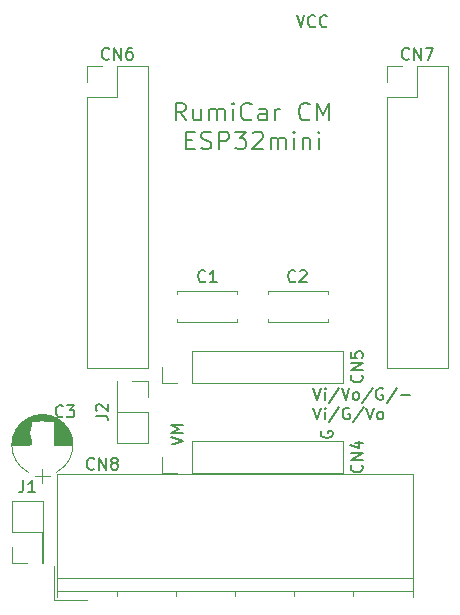
<source format=gto>
G04 #@! TF.FileFunction,Legend,Top*
%FSLAX46Y46*%
G04 Gerber Fmt 4.6, Leading zero omitted, Abs format (unit mm)*
G04 Created by KiCad (PCBNEW 4.0.7) date 06/11/20 10:54:36*
%MOMM*%
%LPD*%
G01*
G04 APERTURE LIST*
%ADD10C,0.100000*%
%ADD11C,0.200000*%
%ADD12C,0.150000*%
%ADD13C,0.120000*%
%ADD14C,2.000000*%
%ADD15R,2.100000X2.100000*%
%ADD16O,2.100000X2.100000*%
%ADD17R,3.400000X4.400000*%
%ADD18R,2.200000X2.200000*%
%ADD19O,2.200000X2.200000*%
%ADD20O,3.900000X3.900000*%
%ADD21R,2.000000X2.000000*%
%ADD22C,3.900000*%
G04 APERTURE END LIST*
D10*
D11*
X90877143Y-52793571D02*
X90377143Y-52079286D01*
X90020000Y-52793571D02*
X90020000Y-51293571D01*
X90591428Y-51293571D01*
X90734286Y-51365000D01*
X90805714Y-51436429D01*
X90877143Y-51579286D01*
X90877143Y-51793571D01*
X90805714Y-51936429D01*
X90734286Y-52007857D01*
X90591428Y-52079286D01*
X90020000Y-52079286D01*
X92162857Y-51793571D02*
X92162857Y-52793571D01*
X91520000Y-51793571D02*
X91520000Y-52579286D01*
X91591428Y-52722143D01*
X91734286Y-52793571D01*
X91948571Y-52793571D01*
X92091428Y-52722143D01*
X92162857Y-52650714D01*
X92877143Y-52793571D02*
X92877143Y-51793571D01*
X92877143Y-51936429D02*
X92948571Y-51865000D01*
X93091429Y-51793571D01*
X93305714Y-51793571D01*
X93448571Y-51865000D01*
X93520000Y-52007857D01*
X93520000Y-52793571D01*
X93520000Y-52007857D02*
X93591429Y-51865000D01*
X93734286Y-51793571D01*
X93948571Y-51793571D01*
X94091429Y-51865000D01*
X94162857Y-52007857D01*
X94162857Y-52793571D01*
X94877143Y-52793571D02*
X94877143Y-51793571D01*
X94877143Y-51293571D02*
X94805714Y-51365000D01*
X94877143Y-51436429D01*
X94948571Y-51365000D01*
X94877143Y-51293571D01*
X94877143Y-51436429D01*
X96448572Y-52650714D02*
X96377143Y-52722143D01*
X96162857Y-52793571D01*
X96020000Y-52793571D01*
X95805715Y-52722143D01*
X95662857Y-52579286D01*
X95591429Y-52436429D01*
X95520000Y-52150714D01*
X95520000Y-51936429D01*
X95591429Y-51650714D01*
X95662857Y-51507857D01*
X95805715Y-51365000D01*
X96020000Y-51293571D01*
X96162857Y-51293571D01*
X96377143Y-51365000D01*
X96448572Y-51436429D01*
X97734286Y-52793571D02*
X97734286Y-52007857D01*
X97662857Y-51865000D01*
X97520000Y-51793571D01*
X97234286Y-51793571D01*
X97091429Y-51865000D01*
X97734286Y-52722143D02*
X97591429Y-52793571D01*
X97234286Y-52793571D01*
X97091429Y-52722143D01*
X97020000Y-52579286D01*
X97020000Y-52436429D01*
X97091429Y-52293571D01*
X97234286Y-52222143D01*
X97591429Y-52222143D01*
X97734286Y-52150714D01*
X98448572Y-52793571D02*
X98448572Y-51793571D01*
X98448572Y-52079286D02*
X98520000Y-51936429D01*
X98591429Y-51865000D01*
X98734286Y-51793571D01*
X98877143Y-51793571D01*
X101377143Y-52650714D02*
X101305714Y-52722143D01*
X101091428Y-52793571D01*
X100948571Y-52793571D01*
X100734286Y-52722143D01*
X100591428Y-52579286D01*
X100520000Y-52436429D01*
X100448571Y-52150714D01*
X100448571Y-51936429D01*
X100520000Y-51650714D01*
X100591428Y-51507857D01*
X100734286Y-51365000D01*
X100948571Y-51293571D01*
X101091428Y-51293571D01*
X101305714Y-51365000D01*
X101377143Y-51436429D01*
X102020000Y-52793571D02*
X102020000Y-51293571D01*
X102520000Y-52365000D01*
X103020000Y-51293571D01*
X103020000Y-52793571D01*
X90912858Y-54457857D02*
X91412858Y-54457857D01*
X91627144Y-55243571D02*
X90912858Y-55243571D01*
X90912858Y-53743571D01*
X91627144Y-53743571D01*
X92198572Y-55172143D02*
X92412858Y-55243571D01*
X92770001Y-55243571D01*
X92912858Y-55172143D01*
X92984287Y-55100714D01*
X93055715Y-54957857D01*
X93055715Y-54815000D01*
X92984287Y-54672143D01*
X92912858Y-54600714D01*
X92770001Y-54529286D01*
X92484287Y-54457857D01*
X92341429Y-54386429D01*
X92270001Y-54315000D01*
X92198572Y-54172143D01*
X92198572Y-54029286D01*
X92270001Y-53886429D01*
X92341429Y-53815000D01*
X92484287Y-53743571D01*
X92841429Y-53743571D01*
X93055715Y-53815000D01*
X93698572Y-55243571D02*
X93698572Y-53743571D01*
X94270000Y-53743571D01*
X94412858Y-53815000D01*
X94484286Y-53886429D01*
X94555715Y-54029286D01*
X94555715Y-54243571D01*
X94484286Y-54386429D01*
X94412858Y-54457857D01*
X94270000Y-54529286D01*
X93698572Y-54529286D01*
X95055715Y-53743571D02*
X95984286Y-53743571D01*
X95484286Y-54315000D01*
X95698572Y-54315000D01*
X95841429Y-54386429D01*
X95912858Y-54457857D01*
X95984286Y-54600714D01*
X95984286Y-54957857D01*
X95912858Y-55100714D01*
X95841429Y-55172143D01*
X95698572Y-55243571D01*
X95270000Y-55243571D01*
X95127143Y-55172143D01*
X95055715Y-55100714D01*
X96555714Y-53886429D02*
X96627143Y-53815000D01*
X96770000Y-53743571D01*
X97127143Y-53743571D01*
X97270000Y-53815000D01*
X97341429Y-53886429D01*
X97412857Y-54029286D01*
X97412857Y-54172143D01*
X97341429Y-54386429D01*
X96484286Y-55243571D01*
X97412857Y-55243571D01*
X98055714Y-55243571D02*
X98055714Y-54243571D01*
X98055714Y-54386429D02*
X98127142Y-54315000D01*
X98270000Y-54243571D01*
X98484285Y-54243571D01*
X98627142Y-54315000D01*
X98698571Y-54457857D01*
X98698571Y-55243571D01*
X98698571Y-54457857D02*
X98770000Y-54315000D01*
X98912857Y-54243571D01*
X99127142Y-54243571D01*
X99270000Y-54315000D01*
X99341428Y-54457857D01*
X99341428Y-55243571D01*
X100055714Y-55243571D02*
X100055714Y-54243571D01*
X100055714Y-53743571D02*
X99984285Y-53815000D01*
X100055714Y-53886429D01*
X100127142Y-53815000D01*
X100055714Y-53743571D01*
X100055714Y-53886429D01*
X100770000Y-54243571D02*
X100770000Y-55243571D01*
X100770000Y-54386429D02*
X100841428Y-54315000D01*
X100984286Y-54243571D01*
X101198571Y-54243571D01*
X101341428Y-54315000D01*
X101412857Y-54457857D01*
X101412857Y-55243571D01*
X102127143Y-55243571D02*
X102127143Y-54243571D01*
X102127143Y-53743571D02*
X102055714Y-53815000D01*
X102127143Y-53886429D01*
X102198571Y-53815000D01*
X102127143Y-53743571D01*
X102127143Y-53886429D01*
D12*
X101695238Y-75462381D02*
X102028571Y-76462381D01*
X102361905Y-75462381D01*
X102695238Y-76462381D02*
X102695238Y-75795714D01*
X102695238Y-75462381D02*
X102647619Y-75510000D01*
X102695238Y-75557619D01*
X102742857Y-75510000D01*
X102695238Y-75462381D01*
X102695238Y-75557619D01*
X103885714Y-75414762D02*
X103028571Y-76700476D01*
X104076190Y-75462381D02*
X104409523Y-76462381D01*
X104742857Y-75462381D01*
X105219047Y-76462381D02*
X105123809Y-76414762D01*
X105076190Y-76367143D01*
X105028571Y-76271905D01*
X105028571Y-75986190D01*
X105076190Y-75890952D01*
X105123809Y-75843333D01*
X105219047Y-75795714D01*
X105361905Y-75795714D01*
X105457143Y-75843333D01*
X105504762Y-75890952D01*
X105552381Y-75986190D01*
X105552381Y-76271905D01*
X105504762Y-76367143D01*
X105457143Y-76414762D01*
X105361905Y-76462381D01*
X105219047Y-76462381D01*
X106695238Y-75414762D02*
X105838095Y-76700476D01*
X107552381Y-75510000D02*
X107457143Y-75462381D01*
X107314286Y-75462381D01*
X107171428Y-75510000D01*
X107076190Y-75605238D01*
X107028571Y-75700476D01*
X106980952Y-75890952D01*
X106980952Y-76033810D01*
X107028571Y-76224286D01*
X107076190Y-76319524D01*
X107171428Y-76414762D01*
X107314286Y-76462381D01*
X107409524Y-76462381D01*
X107552381Y-76414762D01*
X107600000Y-76367143D01*
X107600000Y-76033810D01*
X107409524Y-76033810D01*
X108742857Y-75414762D02*
X107885714Y-76700476D01*
X109076190Y-76081429D02*
X109838095Y-76081429D01*
X101695238Y-77112381D02*
X102028571Y-78112381D01*
X102361905Y-77112381D01*
X102695238Y-78112381D02*
X102695238Y-77445714D01*
X102695238Y-77112381D02*
X102647619Y-77160000D01*
X102695238Y-77207619D01*
X102742857Y-77160000D01*
X102695238Y-77112381D01*
X102695238Y-77207619D01*
X103885714Y-77064762D02*
X103028571Y-78350476D01*
X104742857Y-77160000D02*
X104647619Y-77112381D01*
X104504762Y-77112381D01*
X104361904Y-77160000D01*
X104266666Y-77255238D01*
X104219047Y-77350476D01*
X104171428Y-77540952D01*
X104171428Y-77683810D01*
X104219047Y-77874286D01*
X104266666Y-77969524D01*
X104361904Y-78064762D01*
X104504762Y-78112381D01*
X104600000Y-78112381D01*
X104742857Y-78064762D01*
X104790476Y-78017143D01*
X104790476Y-77683810D01*
X104600000Y-77683810D01*
X105933333Y-77064762D02*
X105076190Y-78350476D01*
X106123809Y-77112381D02*
X106457142Y-78112381D01*
X106790476Y-77112381D01*
X107266666Y-78112381D02*
X107171428Y-78064762D01*
X107123809Y-78017143D01*
X107076190Y-77921905D01*
X107076190Y-77636190D01*
X107123809Y-77540952D01*
X107171428Y-77493333D01*
X107266666Y-77445714D01*
X107409524Y-77445714D01*
X107504762Y-77493333D01*
X107552381Y-77540952D01*
X107600000Y-77636190D01*
X107600000Y-77921905D01*
X107552381Y-78017143D01*
X107504762Y-78064762D01*
X107409524Y-78112381D01*
X107266666Y-78112381D01*
X100266667Y-43902381D02*
X100600000Y-44902381D01*
X100933334Y-43902381D01*
X101838096Y-44807143D02*
X101790477Y-44854762D01*
X101647620Y-44902381D01*
X101552382Y-44902381D01*
X101409524Y-44854762D01*
X101314286Y-44759524D01*
X101266667Y-44664286D01*
X101219048Y-44473810D01*
X101219048Y-44330952D01*
X101266667Y-44140476D01*
X101314286Y-44045238D01*
X101409524Y-43950000D01*
X101552382Y-43902381D01*
X101647620Y-43902381D01*
X101790477Y-43950000D01*
X101838096Y-43997619D01*
X102838096Y-44807143D02*
X102790477Y-44854762D01*
X102647620Y-44902381D01*
X102552382Y-44902381D01*
X102409524Y-44854762D01*
X102314286Y-44759524D01*
X102266667Y-44664286D01*
X102219048Y-44473810D01*
X102219048Y-44330952D01*
X102266667Y-44140476D01*
X102314286Y-44045238D01*
X102409524Y-43950000D01*
X102552382Y-43902381D01*
X102647620Y-43902381D01*
X102790477Y-43950000D01*
X102838096Y-43997619D01*
X102370000Y-79113095D02*
X102322381Y-79208333D01*
X102322381Y-79351190D01*
X102370000Y-79494048D01*
X102465238Y-79589286D01*
X102560476Y-79636905D01*
X102750952Y-79684524D01*
X102893810Y-79684524D01*
X103084286Y-79636905D01*
X103179524Y-79589286D01*
X103274762Y-79494048D01*
X103322381Y-79351190D01*
X103322381Y-79255952D01*
X103274762Y-79113095D01*
X103227143Y-79065476D01*
X102893810Y-79065476D01*
X102893810Y-79255952D01*
X89622381Y-80279762D02*
X90622381Y-79946429D01*
X89622381Y-79613095D01*
X90622381Y-79279762D02*
X89622381Y-79279762D01*
X90336667Y-78946428D01*
X89622381Y-78613095D01*
X90622381Y-78613095D01*
D13*
X90110000Y-67270000D02*
X95230000Y-67270000D01*
X90110000Y-69890000D02*
X95230000Y-69890000D01*
X90110000Y-67270000D02*
X90110000Y-67584000D01*
X90110000Y-69576000D02*
X90110000Y-69890000D01*
X95230000Y-67270000D02*
X95230000Y-67584000D01*
X95230000Y-69576000D02*
X95230000Y-69890000D01*
X102930000Y-69890000D02*
X97810000Y-69890000D01*
X102930000Y-67270000D02*
X97810000Y-67270000D01*
X102930000Y-69890000D02*
X102930000Y-69576000D01*
X102930000Y-67584000D02*
X102930000Y-67270000D01*
X97810000Y-69890000D02*
X97810000Y-69576000D01*
X97810000Y-67584000D02*
X97810000Y-67270000D01*
X104200000Y-82610000D02*
X104200000Y-79950000D01*
X91440000Y-82610000D02*
X104200000Y-82610000D01*
X91440000Y-79950000D02*
X104200000Y-79950000D01*
X91440000Y-82610000D02*
X91440000Y-79950000D01*
X90170000Y-82610000D02*
X88840000Y-82610000D01*
X88840000Y-82610000D02*
X88840000Y-81280000D01*
X104200000Y-74990000D02*
X104200000Y-72330000D01*
X91440000Y-74990000D02*
X104200000Y-74990000D01*
X91440000Y-72330000D02*
X104200000Y-72330000D01*
X91440000Y-74990000D02*
X91440000Y-72330000D01*
X90170000Y-74990000D02*
X88840000Y-74990000D01*
X88840000Y-74990000D02*
X88840000Y-73660000D01*
X82490000Y-73720000D02*
X87690000Y-73720000D01*
X82490000Y-50800000D02*
X82490000Y-73720000D01*
X87690000Y-48200000D02*
X87690000Y-73720000D01*
X82490000Y-50800000D02*
X85090000Y-50800000D01*
X85090000Y-50800000D02*
X85090000Y-48200000D01*
X85090000Y-48200000D02*
X87690000Y-48200000D01*
X82490000Y-49530000D02*
X82490000Y-48200000D01*
X82490000Y-48200000D02*
X83820000Y-48200000D01*
X107890000Y-73720000D02*
X113090000Y-73720000D01*
X107890000Y-50800000D02*
X107890000Y-73720000D01*
X113090000Y-48200000D02*
X113090000Y-73720000D01*
X107890000Y-50800000D02*
X110490000Y-50800000D01*
X110490000Y-50800000D02*
X110490000Y-48200000D01*
X110490000Y-48200000D02*
X113090000Y-48200000D01*
X107890000Y-49530000D02*
X107890000Y-48200000D01*
X107890000Y-48200000D02*
X109220000Y-48200000D01*
X79950000Y-91530000D02*
X110150000Y-91530000D01*
X79950000Y-92630000D02*
X110150000Y-92630000D01*
X79950000Y-93130000D02*
X79950000Y-82730000D01*
X79950000Y-82730000D02*
X110150000Y-82730000D01*
X110150000Y-82730000D02*
X110150000Y-93130000D01*
X85050000Y-92630000D02*
X85050000Y-93030000D01*
X90050000Y-92630000D02*
X90050000Y-93030000D01*
X95050000Y-92630000D02*
X95050000Y-93030000D01*
X100050000Y-92630000D02*
X100050000Y-93030000D01*
X105050000Y-92630000D02*
X105050000Y-93030000D01*
X79710000Y-90530000D02*
X79710000Y-93370000D01*
X79710000Y-93370000D02*
X82550000Y-93370000D01*
X78800000Y-90230000D02*
X78800000Y-85030000D01*
X78740000Y-90230000D02*
X78800000Y-90230000D01*
X76140000Y-85030000D02*
X78800000Y-85030000D01*
X78740000Y-90230000D02*
X78740000Y-87630000D01*
X78740000Y-87630000D02*
X76140000Y-87630000D01*
X76140000Y-87630000D02*
X76140000Y-85030000D01*
X77470000Y-90230000D02*
X76140000Y-90230000D01*
X76140000Y-90230000D02*
X76140000Y-88900000D01*
X77560277Y-77974278D02*
G75*
G03X77560000Y-82585580I1179723J-2305722D01*
G01*
X79919723Y-77974278D02*
G75*
G02X79920000Y-82585580I-1179723J-2305722D01*
G01*
X79919723Y-77974278D02*
G75*
G03X77560000Y-77974420I-1179723J-2305722D01*
G01*
X76190000Y-80280000D02*
X81290000Y-80280000D01*
X76190000Y-80240000D02*
X77760000Y-80240000D01*
X79720000Y-80240000D02*
X81290000Y-80240000D01*
X76191000Y-80200000D02*
X77760000Y-80200000D01*
X79720000Y-80200000D02*
X81289000Y-80200000D01*
X76192000Y-80160000D02*
X77760000Y-80160000D01*
X79720000Y-80160000D02*
X81288000Y-80160000D01*
X76194000Y-80120000D02*
X77760000Y-80120000D01*
X79720000Y-80120000D02*
X81286000Y-80120000D01*
X76197000Y-80080000D02*
X77760000Y-80080000D01*
X79720000Y-80080000D02*
X81283000Y-80080000D01*
X76201000Y-80040000D02*
X77760000Y-80040000D01*
X79720000Y-80040000D02*
X81279000Y-80040000D01*
X76205000Y-80000000D02*
X77760000Y-80000000D01*
X79720000Y-80000000D02*
X81275000Y-80000000D01*
X76209000Y-79960000D02*
X77760000Y-79960000D01*
X79720000Y-79960000D02*
X81271000Y-79960000D01*
X76215000Y-79920000D02*
X77760000Y-79920000D01*
X79720000Y-79920000D02*
X81265000Y-79920000D01*
X76221000Y-79880000D02*
X77760000Y-79880000D01*
X79720000Y-79880000D02*
X81259000Y-79880000D01*
X76227000Y-79840000D02*
X77760000Y-79840000D01*
X79720000Y-79840000D02*
X81253000Y-79840000D01*
X76234000Y-79800000D02*
X77760000Y-79800000D01*
X79720000Y-79800000D02*
X81246000Y-79800000D01*
X76242000Y-79760000D02*
X77760000Y-79760000D01*
X79720000Y-79760000D02*
X81238000Y-79760000D01*
X76251000Y-79720000D02*
X77760000Y-79720000D01*
X79720000Y-79720000D02*
X81229000Y-79720000D01*
X76260000Y-79680000D02*
X77760000Y-79680000D01*
X79720000Y-79680000D02*
X81220000Y-79680000D01*
X76270000Y-79640000D02*
X77760000Y-79640000D01*
X79720000Y-79640000D02*
X81210000Y-79640000D01*
X76280000Y-79600000D02*
X77760000Y-79600000D01*
X79720000Y-79600000D02*
X81200000Y-79600000D01*
X76292000Y-79559000D02*
X77760000Y-79559000D01*
X79720000Y-79559000D02*
X81188000Y-79559000D01*
X76304000Y-79519000D02*
X77760000Y-79519000D01*
X79720000Y-79519000D02*
X81176000Y-79519000D01*
X76316000Y-79479000D02*
X77760000Y-79479000D01*
X79720000Y-79479000D02*
X81164000Y-79479000D01*
X76330000Y-79439000D02*
X77760000Y-79439000D01*
X79720000Y-79439000D02*
X81150000Y-79439000D01*
X76344000Y-79399000D02*
X77760000Y-79399000D01*
X79720000Y-79399000D02*
X81136000Y-79399000D01*
X76358000Y-79359000D02*
X77760000Y-79359000D01*
X79720000Y-79359000D02*
X81122000Y-79359000D01*
X76374000Y-79319000D02*
X77760000Y-79319000D01*
X79720000Y-79319000D02*
X81106000Y-79319000D01*
X76390000Y-79279000D02*
X77760000Y-79279000D01*
X79720000Y-79279000D02*
X81090000Y-79279000D01*
X76407000Y-79239000D02*
X77760000Y-79239000D01*
X79720000Y-79239000D02*
X81073000Y-79239000D01*
X76425000Y-79199000D02*
X77760000Y-79199000D01*
X79720000Y-79199000D02*
X81055000Y-79199000D01*
X76444000Y-79159000D02*
X77760000Y-79159000D01*
X79720000Y-79159000D02*
X81036000Y-79159000D01*
X76464000Y-79119000D02*
X77760000Y-79119000D01*
X79720000Y-79119000D02*
X81016000Y-79119000D01*
X76484000Y-79079000D02*
X77760000Y-79079000D01*
X79720000Y-79079000D02*
X80996000Y-79079000D01*
X76506000Y-79039000D02*
X77760000Y-79039000D01*
X79720000Y-79039000D02*
X80974000Y-79039000D01*
X76528000Y-78999000D02*
X77760000Y-78999000D01*
X79720000Y-78999000D02*
X80952000Y-78999000D01*
X76551000Y-78959000D02*
X77760000Y-78959000D01*
X79720000Y-78959000D02*
X80929000Y-78959000D01*
X76575000Y-78919000D02*
X77760000Y-78919000D01*
X79720000Y-78919000D02*
X80905000Y-78919000D01*
X76600000Y-78879000D02*
X77760000Y-78879000D01*
X79720000Y-78879000D02*
X80880000Y-78879000D01*
X76627000Y-78839000D02*
X77760000Y-78839000D01*
X79720000Y-78839000D02*
X80853000Y-78839000D01*
X76654000Y-78799000D02*
X77760000Y-78799000D01*
X79720000Y-78799000D02*
X80826000Y-78799000D01*
X76682000Y-78759000D02*
X77760000Y-78759000D01*
X79720000Y-78759000D02*
X80798000Y-78759000D01*
X76712000Y-78719000D02*
X77760000Y-78719000D01*
X79720000Y-78719000D02*
X80768000Y-78719000D01*
X76743000Y-78679000D02*
X77760000Y-78679000D01*
X79720000Y-78679000D02*
X80737000Y-78679000D01*
X76775000Y-78639000D02*
X77760000Y-78639000D01*
X79720000Y-78639000D02*
X80705000Y-78639000D01*
X76808000Y-78599000D02*
X77760000Y-78599000D01*
X79720000Y-78599000D02*
X80672000Y-78599000D01*
X76843000Y-78559000D02*
X77760000Y-78559000D01*
X79720000Y-78559000D02*
X80637000Y-78559000D01*
X76879000Y-78519000D02*
X77760000Y-78519000D01*
X79720000Y-78519000D02*
X80601000Y-78519000D01*
X76917000Y-78479000D02*
X77760000Y-78479000D01*
X79720000Y-78479000D02*
X80563000Y-78479000D01*
X76957000Y-78439000D02*
X77760000Y-78439000D01*
X79720000Y-78439000D02*
X80523000Y-78439000D01*
X76998000Y-78399000D02*
X77760000Y-78399000D01*
X79720000Y-78399000D02*
X80482000Y-78399000D01*
X77041000Y-78359000D02*
X77760000Y-78359000D01*
X79720000Y-78359000D02*
X80439000Y-78359000D01*
X77086000Y-78319000D02*
X77760000Y-78319000D01*
X79720000Y-78319000D02*
X80394000Y-78319000D01*
X77134000Y-78279000D02*
X80346000Y-78279000D01*
X77184000Y-78239000D02*
X80296000Y-78239000D01*
X77236000Y-78199000D02*
X80244000Y-78199000D01*
X77292000Y-78159000D02*
X80188000Y-78159000D01*
X77350000Y-78119000D02*
X80130000Y-78119000D01*
X77413000Y-78079000D02*
X80067000Y-78079000D01*
X77479000Y-78039000D02*
X80001000Y-78039000D01*
X77551000Y-77999000D02*
X79929000Y-77999000D01*
X77628000Y-77959000D02*
X79852000Y-77959000D01*
X77712000Y-77919000D02*
X79768000Y-77919000D01*
X77806000Y-77879000D02*
X79674000Y-77879000D01*
X77911000Y-77839000D02*
X79569000Y-77839000D01*
X78033000Y-77799000D02*
X79447000Y-77799000D01*
X78181000Y-77759000D02*
X79299000Y-77759000D01*
X78386000Y-77719000D02*
X79094000Y-77719000D01*
X78740000Y-83480000D02*
X78740000Y-82280000D01*
X78090000Y-82880000D02*
X79390000Y-82880000D01*
X85030000Y-74870000D02*
X85030000Y-80070000D01*
X85090000Y-74870000D02*
X85030000Y-74870000D01*
X87690000Y-80070000D02*
X85030000Y-80070000D01*
X85090000Y-74870000D02*
X85090000Y-77470000D01*
X85090000Y-77470000D02*
X87690000Y-77470000D01*
X87690000Y-77470000D02*
X87690000Y-80070000D01*
X86360000Y-74870000D02*
X87690000Y-74870000D01*
X87690000Y-74870000D02*
X87690000Y-76200000D01*
D12*
X92543334Y-66397143D02*
X92495715Y-66444762D01*
X92352858Y-66492381D01*
X92257620Y-66492381D01*
X92114762Y-66444762D01*
X92019524Y-66349524D01*
X91971905Y-66254286D01*
X91924286Y-66063810D01*
X91924286Y-65920952D01*
X91971905Y-65730476D01*
X92019524Y-65635238D01*
X92114762Y-65540000D01*
X92257620Y-65492381D01*
X92352858Y-65492381D01*
X92495715Y-65540000D01*
X92543334Y-65587619D01*
X93495715Y-66492381D02*
X92924286Y-66492381D01*
X93210000Y-66492381D02*
X93210000Y-65492381D01*
X93114762Y-65635238D01*
X93019524Y-65730476D01*
X92924286Y-65778095D01*
X100163334Y-66397143D02*
X100115715Y-66444762D01*
X99972858Y-66492381D01*
X99877620Y-66492381D01*
X99734762Y-66444762D01*
X99639524Y-66349524D01*
X99591905Y-66254286D01*
X99544286Y-66063810D01*
X99544286Y-65920952D01*
X99591905Y-65730476D01*
X99639524Y-65635238D01*
X99734762Y-65540000D01*
X99877620Y-65492381D01*
X99972858Y-65492381D01*
X100115715Y-65540000D01*
X100163334Y-65587619D01*
X100544286Y-65587619D02*
X100591905Y-65540000D01*
X100687143Y-65492381D01*
X100925239Y-65492381D01*
X101020477Y-65540000D01*
X101068096Y-65587619D01*
X101115715Y-65682857D01*
X101115715Y-65778095D01*
X101068096Y-65920952D01*
X100496667Y-66492381D01*
X101115715Y-66492381D01*
X105767143Y-81970476D02*
X105814762Y-82018095D01*
X105862381Y-82160952D01*
X105862381Y-82256190D01*
X105814762Y-82399048D01*
X105719524Y-82494286D01*
X105624286Y-82541905D01*
X105433810Y-82589524D01*
X105290952Y-82589524D01*
X105100476Y-82541905D01*
X105005238Y-82494286D01*
X104910000Y-82399048D01*
X104862381Y-82256190D01*
X104862381Y-82160952D01*
X104910000Y-82018095D01*
X104957619Y-81970476D01*
X105862381Y-81541905D02*
X104862381Y-81541905D01*
X105862381Y-80970476D01*
X104862381Y-80970476D01*
X105195714Y-80065714D02*
X105862381Y-80065714D01*
X104814762Y-80303810D02*
X105529048Y-80541905D01*
X105529048Y-79922857D01*
X105767143Y-74350476D02*
X105814762Y-74398095D01*
X105862381Y-74540952D01*
X105862381Y-74636190D01*
X105814762Y-74779048D01*
X105719524Y-74874286D01*
X105624286Y-74921905D01*
X105433810Y-74969524D01*
X105290952Y-74969524D01*
X105100476Y-74921905D01*
X105005238Y-74874286D01*
X104910000Y-74779048D01*
X104862381Y-74636190D01*
X104862381Y-74540952D01*
X104910000Y-74398095D01*
X104957619Y-74350476D01*
X105862381Y-73921905D02*
X104862381Y-73921905D01*
X105862381Y-73350476D01*
X104862381Y-73350476D01*
X104862381Y-72398095D02*
X104862381Y-72874286D01*
X105338571Y-72921905D01*
X105290952Y-72874286D01*
X105243333Y-72779048D01*
X105243333Y-72540952D01*
X105290952Y-72445714D01*
X105338571Y-72398095D01*
X105433810Y-72350476D01*
X105671905Y-72350476D01*
X105767143Y-72398095D01*
X105814762Y-72445714D01*
X105862381Y-72540952D01*
X105862381Y-72779048D01*
X105814762Y-72874286D01*
X105767143Y-72921905D01*
X84399524Y-47557143D02*
X84351905Y-47604762D01*
X84209048Y-47652381D01*
X84113810Y-47652381D01*
X83970952Y-47604762D01*
X83875714Y-47509524D01*
X83828095Y-47414286D01*
X83780476Y-47223810D01*
X83780476Y-47080952D01*
X83828095Y-46890476D01*
X83875714Y-46795238D01*
X83970952Y-46700000D01*
X84113810Y-46652381D01*
X84209048Y-46652381D01*
X84351905Y-46700000D01*
X84399524Y-46747619D01*
X84828095Y-47652381D02*
X84828095Y-46652381D01*
X85399524Y-47652381D01*
X85399524Y-46652381D01*
X86304286Y-46652381D02*
X86113809Y-46652381D01*
X86018571Y-46700000D01*
X85970952Y-46747619D01*
X85875714Y-46890476D01*
X85828095Y-47080952D01*
X85828095Y-47461905D01*
X85875714Y-47557143D01*
X85923333Y-47604762D01*
X86018571Y-47652381D01*
X86209048Y-47652381D01*
X86304286Y-47604762D01*
X86351905Y-47557143D01*
X86399524Y-47461905D01*
X86399524Y-47223810D01*
X86351905Y-47128571D01*
X86304286Y-47080952D01*
X86209048Y-47033333D01*
X86018571Y-47033333D01*
X85923333Y-47080952D01*
X85875714Y-47128571D01*
X85828095Y-47223810D01*
X109799524Y-47557143D02*
X109751905Y-47604762D01*
X109609048Y-47652381D01*
X109513810Y-47652381D01*
X109370952Y-47604762D01*
X109275714Y-47509524D01*
X109228095Y-47414286D01*
X109180476Y-47223810D01*
X109180476Y-47080952D01*
X109228095Y-46890476D01*
X109275714Y-46795238D01*
X109370952Y-46700000D01*
X109513810Y-46652381D01*
X109609048Y-46652381D01*
X109751905Y-46700000D01*
X109799524Y-46747619D01*
X110228095Y-47652381D02*
X110228095Y-46652381D01*
X110799524Y-47652381D01*
X110799524Y-46652381D01*
X111180476Y-46652381D02*
X111847143Y-46652381D01*
X111418571Y-47652381D01*
X83129524Y-82272143D02*
X83081905Y-82319762D01*
X82939048Y-82367381D01*
X82843810Y-82367381D01*
X82700952Y-82319762D01*
X82605714Y-82224524D01*
X82558095Y-82129286D01*
X82510476Y-81938810D01*
X82510476Y-81795952D01*
X82558095Y-81605476D01*
X82605714Y-81510238D01*
X82700952Y-81415000D01*
X82843810Y-81367381D01*
X82939048Y-81367381D01*
X83081905Y-81415000D01*
X83129524Y-81462619D01*
X83558095Y-82367381D02*
X83558095Y-81367381D01*
X84129524Y-82367381D01*
X84129524Y-81367381D01*
X84748571Y-81795952D02*
X84653333Y-81748333D01*
X84605714Y-81700714D01*
X84558095Y-81605476D01*
X84558095Y-81557857D01*
X84605714Y-81462619D01*
X84653333Y-81415000D01*
X84748571Y-81367381D01*
X84939048Y-81367381D01*
X85034286Y-81415000D01*
X85081905Y-81462619D01*
X85129524Y-81557857D01*
X85129524Y-81605476D01*
X85081905Y-81700714D01*
X85034286Y-81748333D01*
X84939048Y-81795952D01*
X84748571Y-81795952D01*
X84653333Y-81843571D01*
X84605714Y-81891190D01*
X84558095Y-81986429D01*
X84558095Y-82176905D01*
X84605714Y-82272143D01*
X84653333Y-82319762D01*
X84748571Y-82367381D01*
X84939048Y-82367381D01*
X85034286Y-82319762D01*
X85081905Y-82272143D01*
X85129524Y-82176905D01*
X85129524Y-81986429D01*
X85081905Y-81891190D01*
X85034286Y-81843571D01*
X84939048Y-81795952D01*
X77136667Y-83272381D02*
X77136667Y-83986667D01*
X77089047Y-84129524D01*
X76993809Y-84224762D01*
X76850952Y-84272381D01*
X76755714Y-84272381D01*
X78136667Y-84272381D02*
X77565238Y-84272381D01*
X77850952Y-84272381D02*
X77850952Y-83272381D01*
X77755714Y-83415238D01*
X77660476Y-83510476D01*
X77565238Y-83558095D01*
X80478334Y-77827143D02*
X80430715Y-77874762D01*
X80287858Y-77922381D01*
X80192620Y-77922381D01*
X80049762Y-77874762D01*
X79954524Y-77779524D01*
X79906905Y-77684286D01*
X79859286Y-77493810D01*
X79859286Y-77350952D01*
X79906905Y-77160476D01*
X79954524Y-77065238D01*
X80049762Y-76970000D01*
X80192620Y-76922381D01*
X80287858Y-76922381D01*
X80430715Y-76970000D01*
X80478334Y-77017619D01*
X80811667Y-76922381D02*
X81430715Y-76922381D01*
X81097381Y-77303333D01*
X81240239Y-77303333D01*
X81335477Y-77350952D01*
X81383096Y-77398571D01*
X81430715Y-77493810D01*
X81430715Y-77731905D01*
X81383096Y-77827143D01*
X81335477Y-77874762D01*
X81240239Y-77922381D01*
X80954524Y-77922381D01*
X80859286Y-77874762D01*
X80811667Y-77827143D01*
X83272381Y-77803333D02*
X83986667Y-77803333D01*
X84129524Y-77850953D01*
X84224762Y-77946191D01*
X84272381Y-78089048D01*
X84272381Y-78184286D01*
X83367619Y-77374762D02*
X83320000Y-77327143D01*
X83272381Y-77231905D01*
X83272381Y-76993809D01*
X83320000Y-76898571D01*
X83367619Y-76850952D01*
X83462857Y-76803333D01*
X83558095Y-76803333D01*
X83700952Y-76850952D01*
X84272381Y-77422381D01*
X84272381Y-76803333D01*
%LPC*%
D14*
X90170000Y-68580000D03*
X95170000Y-68580000D03*
X102870000Y-68580000D03*
X97870000Y-68580000D03*
D15*
X99060000Y-46990000D03*
D16*
X99060000Y-44450000D03*
X96520000Y-46990000D03*
X96520000Y-44450000D03*
X93980000Y-46990000D03*
X93980000Y-44450000D03*
X91440000Y-46990000D03*
X91440000Y-44450000D03*
D15*
X78740000Y-53340000D03*
D16*
X78740000Y-55880000D03*
X78740000Y-58420000D03*
X78740000Y-60960000D03*
X78740000Y-63500000D03*
X78740000Y-66040000D03*
X78740000Y-68580000D03*
X78740000Y-71120000D03*
D15*
X106680000Y-53340000D03*
D16*
X106680000Y-55880000D03*
X106680000Y-58420000D03*
X106680000Y-60960000D03*
X106680000Y-63500000D03*
X106680000Y-66040000D03*
X106680000Y-68580000D03*
D15*
X90170000Y-81280000D03*
D16*
X92710000Y-81280000D03*
X95250000Y-81280000D03*
X97790000Y-81280000D03*
X100330000Y-81280000D03*
X102870000Y-81280000D03*
D15*
X90170000Y-73660000D03*
D16*
X92710000Y-73660000D03*
X95250000Y-73660000D03*
X97790000Y-73660000D03*
X100330000Y-73660000D03*
X102870000Y-73660000D03*
D15*
X83820000Y-49530000D03*
D16*
X86360000Y-49530000D03*
X83820000Y-52070000D03*
X86360000Y-52070000D03*
X83820000Y-54610000D03*
X86360000Y-54610000D03*
X83820000Y-57150000D03*
X86360000Y-57150000D03*
X83820000Y-59690000D03*
X86360000Y-59690000D03*
X83820000Y-62230000D03*
X86360000Y-62230000D03*
X83820000Y-64770000D03*
X86360000Y-64770000D03*
X83820000Y-67310000D03*
X86360000Y-67310000D03*
X83820000Y-69850000D03*
X86360000Y-69850000D03*
X83820000Y-72390000D03*
X86360000Y-72390000D03*
D15*
X109220000Y-49530000D03*
D16*
X111760000Y-49530000D03*
X109220000Y-52070000D03*
X111760000Y-52070000D03*
X109220000Y-54610000D03*
X111760000Y-54610000D03*
X109220000Y-57150000D03*
X111760000Y-57150000D03*
X109220000Y-59690000D03*
X111760000Y-59690000D03*
X109220000Y-62230000D03*
X111760000Y-62230000D03*
X109220000Y-64770000D03*
X111760000Y-64770000D03*
X109220000Y-67310000D03*
X111760000Y-67310000D03*
X109220000Y-69850000D03*
X111760000Y-69850000D03*
X109220000Y-72390000D03*
X111760000Y-72390000D03*
D17*
X82550000Y-88430000D03*
X87550000Y-88430000D03*
X92550000Y-88430000D03*
X97550000Y-88430000D03*
X102550000Y-88430000D03*
X107550000Y-88430000D03*
D15*
X77470000Y-88900000D03*
D16*
X77470000Y-86360000D03*
D18*
X92710000Y-76200000D03*
D19*
X95250000Y-76200000D03*
X97790000Y-76200000D03*
X100330000Y-76200000D03*
D20*
X96520000Y-62080000D03*
D18*
X93980000Y-78740000D03*
D19*
X96520000Y-78740000D03*
X99060000Y-78740000D03*
D21*
X78740000Y-81280000D03*
D14*
X78740000Y-79280000D03*
D22*
X79375000Y-46355000D03*
X111125000Y-78740000D03*
D15*
X86360000Y-76200000D03*
D16*
X86360000Y-78740000D03*
M02*

</source>
